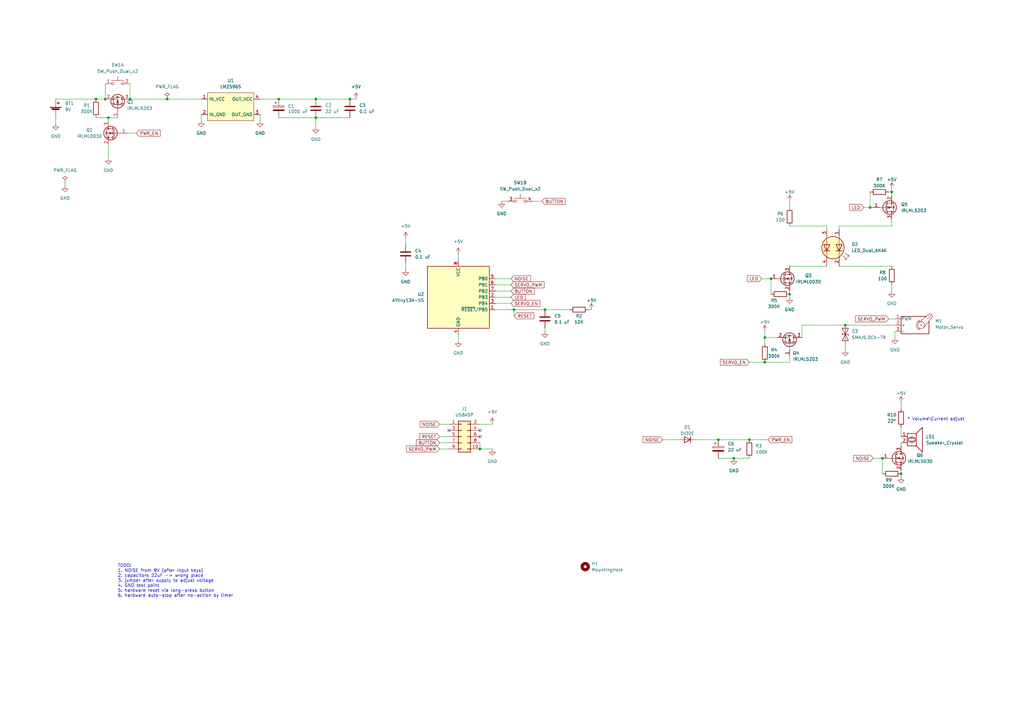
<source format=kicad_sch>
(kicad_sch (version 20230121) (generator eeschema)
  (paper "A3")
  (lib_symbols
    (symbol "Connector_Generic:Conn_02x05_Odd_Even" (pin_names (offset 1.016) hide)
      (property "Reference" "J" (at 1.27 7.62 0))
      (property "Value" "Conn_02x05_Odd_Even" (at 1.27 -7.62 0))
      (symbol "Conn_02x05_Odd_Even_1_1"
        (rectangle (start -1.27 -4.953) (end 0 -5.207) (stroke (width 0.1524)))
        (rectangle (start -1.27 -2.413) (end 0 -2.667) (stroke (width 0.1524)))
        (rectangle (start -1.27 0.127) (end 0 -0.127) (stroke (width 0.1524)))
        (rectangle (start -1.27 2.667) (end 0 2.413) (stroke (width 0.1524)))
        (rectangle (start -1.27 5.207) (end 0 4.953) (stroke (width 0.1524)))
        (rectangle (start -1.27 6.35) (end 3.81 -6.35) (stroke (width 0.254)) (fill (type background)))
        (rectangle (start 3.81 -4.953) (end 2.54 -5.207) (stroke (width 0.1524)))
        (rectangle (start 3.81 -2.413) (end 2.54 -2.667) (stroke (width 0.1524)))
        (rectangle (start 3.81 0.127) (end 2.54 -0.127) (stroke (width 0.1524)))
        (rectangle (start 3.81 2.667) (end 2.54 2.413) (stroke (width 0.1524)))
        (rectangle (start 3.81 5.207) (end 2.54 4.953) (stroke (width 0.1524)))
        (pin passive line (at -5.08 5.08 0) (length 3.81) (name "Pin_1") (number "1"))
        (pin passive line (at 7.62 -5.08 180) (length 3.81) (name "Pin_10") (number "10"))
        (pin passive line (at 7.62 5.08 180) (length 3.81) (name "Pin_2") (number "2"))
        (pin passive line (at -5.08 2.54 0) (length 3.81) (name "Pin_3") (number "3"))
        (pin passive line (at 7.62 2.54 180) (length 3.81) (name "Pin_4") (number "4"))
        (pin passive line (at -5.08 0 0) (length 3.81) (name "Pin_5") (number "5"))
        (pin passive line (at 7.62 0 180) (length 3.81) (name "Pin_6") (number "6"))
        (pin passive line (at -5.08 -2.54 0) (length 3.81) (name "Pin_7") (number "7"))
        (pin passive line (at 7.62 -2.54 180) (length 3.81) (name "Pin_8") (number "8"))
        (pin passive line (at -5.08 -5.08 0) (length 3.81) (name "Pin_9") (number "9"))
      )
    )
    (symbol "Device:Battery_Cell" (pin_numbers hide) (pin_names (offset 0) hide)
      (property "Reference" "BT" (at 2.54 2.54 0))
      (property "Value" "Battery_Cell" (at 2.54 0 0))
      (symbol "Battery_Cell_0_1"
        (rectangle (start -2.286 1.778) (end 2.286 1.524) (fill (type outline)))
        (rectangle (start -1.5748 1.1938) (end 1.4732 0.6858) (fill (type outline)))
        (polyline (pts (xy 0 0.762) (xy 0 0)))
        (polyline (pts (xy 0 1.778) (xy 0 2.54)))
        (polyline (pts (xy 0.508 3.429) (xy 1.524 3.429)) (stroke (width 0.254)))
        (polyline (pts (xy 1.016 3.937) (xy 1.016 2.921)) (stroke (width 0.254)))
      )
      (symbol "Battery_Cell_1_1"
        (pin passive line (at 0 5.08 270) (length 2.54) (name "+") (number "1"))
        (pin passive line (at 0 -2.54 90) (length 2.54) (name "-") (number "2"))
      )
    )
    (symbol "Device:C" (pin_numbers hide) (pin_names (offset 0.254))
      (property "Reference" "C" (at 0.635 2.54 0))
      (property "Value" "C" (at 0.635 -2.54 0))
      (symbol "C_0_1"
        (polyline (pts (xy -2.032 -0.762) (xy 2.032 -0.762)) (stroke (width 0.508)))
        (polyline (pts (xy -2.032 0.762) (xy 2.032 0.762)) (stroke (width 0.508)))
      )
      (symbol "C_1_1"
        (pin passive line (at 0 3.81 270) (length 2.794) (name "~") (number "1"))
        (pin passive line (at 0 -3.81 90) (length 2.794) (name "~") (number "2"))
      )
    )
    (symbol "Device:C_Polarized" (pin_numbers hide) (pin_names (offset 0.254))
      (property "Reference" "C" (at 0.635 2.54 0))
      (property "Value" "C_Polarized" (at 0.635 -2.54 0))
      (symbol "C_Polarized_0_1"
        (rectangle (start -2.286 0.508) (end 2.286 1.016))
        (polyline (pts (xy -1.778 2.286) (xy -0.762 2.286)))
        (polyline (pts (xy -1.27 2.794) (xy -1.27 1.778)))
        (rectangle (start 2.286 -0.508) (end -2.286 -1.016) (fill (type outline)))
      )
      (symbol "C_Polarized_1_1"
        (pin passive line (at 0 3.81 270) (length 2.794) (name "~") (number "1"))
        (pin passive line (at 0 -3.81 90) (length 2.794) (name "~") (number "2"))
      )
    )
    (symbol "Device:LED_Dual_AKAK" (pin_names (offset 0) hide)
      (property "Reference" "D" (at 0 5.715 0))
      (property "Value" "LED_Dual_AKAK" (at 0 -6.35 0))
      (symbol "LED_Dual_AKAK_0_1"
        (polyline (pts (xy -5.08 -2.54) (xy 2.032 -2.54)))
        (polyline (pts (xy -5.08 2.54) (xy 2.032 2.54)))
        (polyline (pts (xy 1.27 -1.27) (xy 1.27 -3.81)) (stroke (width 0.254)))
        (polyline (pts (xy 1.27 3.81) (xy 1.27 1.27)) (stroke (width 0.254)))
        (polyline (pts (xy 3.81 -2.54) (xy 1.905 -2.54)))
        (polyline (pts (xy 3.81 2.54) (xy 1.905 2.54)))
        (polyline (pts (xy -1.27 -1.27) (xy -1.27 -3.81) (xy 1.27 -2.54) (xy -1.27 -1.27)) (stroke (width 0.254)))
        (polyline (pts (xy -1.27 3.81) (xy -1.27 1.27) (xy 1.27 2.54) (xy -1.27 3.81)) (stroke (width 0.254)))
        (polyline (pts (xy 2.032 5.08) (xy 3.556 6.604) (xy 2.794 6.604) (xy 3.556 6.604) (xy 3.556 5.842)))
        (polyline (pts (xy 3.302 4.064) (xy 4.826 5.588) (xy 4.064 5.588) (xy 4.826 5.588) (xy 4.826 4.826)))
        (circle (center 0 0) (radius 4.572) (stroke (width 0.254)) (fill (type background)))
      )
      (symbol "LED_Dual_AKAK_1_1"
        (pin input line (at -7.62 2.54 0) (length 3.048) (name "A1") (number "1"))
        (pin input line (at 7.62 2.54 180) (length 3.81) (name "K1") (number "2"))
        (pin input line (at -7.62 -2.54 0) (length 3.048) (name "A2") (number "3"))
        (pin input line (at 7.62 -2.54 180) (length 3.81) (name "K2") (number "4"))
      )
    )
    (symbol "Device:R" (pin_numbers hide) (pin_names (offset 0))
      (property "Reference" "R" (at 2.032 0 90))
      (property "Value" "R" (at 0 0 90))
      (symbol "R_0_1"
        (rectangle (start -1.016 -2.54) (end 1.016 2.54) (stroke (width 0.254)))
      )
      (symbol "R_1_1"
        (pin passive line (at 0 3.81 270) (length 1.27) (name "~") (number "1"))
        (pin passive line (at 0 -3.81 90) (length 1.27) (name "~") (number "2"))
      )
    )
    (symbol "Device:Speaker_Crystal" (pin_names (offset 0) hide)
      (property "Reference" "LS" (at 0.635 5.715 0))
      (property "Value" "Speaker_Crystal" (at 0.635 3.81 0))
      (symbol "Speaker_Crystal_0_0"
        (rectangle (start -2.54 1.27) (end 1.143 -3.81) (stroke (width 0.254)))
        (rectangle (start -2.032 -0.635) (end 0.635 -1.905) (stroke (width 0.254)))
        (polyline (pts (xy -1.651 -2.286) (xy 0.381 -2.286)))
        (polyline (pts (xy -1.651 -0.254) (xy 0.381 -0.254)))
        (polyline (pts (xy -0.635 -2.286) (xy -0.635 -3.048)))
        (polyline (pts (xy -0.635 -0.254) (xy -0.635 0.508)))
        (polyline (pts (xy 1.143 1.27) (xy 3.683 3.81) (xy 3.683 -6.35) (xy 1.143 -3.81)) (stroke (width 0.254)))
      )
      (symbol "Speaker_Crystal_1_1"
        (pin input line (at -5.08 0 0) (length 2.54) (name "1") (number "1"))
        (pin input line (at -5.08 -2.54 0) (length 2.54) (name "2") (number "2"))
      )
    )
    (symbol "Diode:1N4001" (pin_numbers hide) (pin_names hide)
      (property "Reference" "D" (at 0 2.54 0))
      (property "Value" "1N4001" (at 0 -2.54 0))
      (symbol "1N4001_0_1"
        (polyline (pts (xy -1.27 1.27) (xy -1.27 -1.27)) (stroke (width 0.254)))
        (polyline (pts (xy 1.27 0) (xy -1.27 0)))
        (polyline (pts (xy 1.27 1.27) (xy 1.27 -1.27) (xy -1.27 0) (xy 1.27 1.27)) (stroke (width 0.254)))
      )
      (symbol "1N4001_1_1"
        (pin passive line (at -3.81 0 0) (length 2.54) (name "K") (number "1"))
        (pin passive line (at 3.81 0 180) (length 2.54) (name "A") (number "2"))
      )
    )
    (symbol "Diode:ESD9B3.3ST5G" (pin_numbers hide) (pin_names (offset 1.016) hide)
      (property "Reference" "D" (at 0 2.54 0))
      (property "Value" "ESD9B3.3ST5G" (at 0 -2.54 0))
      (symbol "ESD9B3.3ST5G_0_1"
        (polyline (pts (xy 1.27 0) (xy -1.27 0)))
        (polyline (pts (xy -2.54 -1.27) (xy 0 0) (xy -2.54 1.27) (xy -2.54 -1.27)) (stroke (width 0.2032)))
        (polyline (pts (xy 0.508 1.27) (xy 0 1.27) (xy 0 -1.27) (xy -0.508 -1.27)) (stroke (width 0.2032)))
        (polyline (pts (xy 2.54 1.27) (xy 2.54 -1.27) (xy 0 0) (xy 2.54 1.27)) (stroke (width 0.2032)))
      )
      (symbol "ESD9B3.3ST5G_1_1"
        (pin passive line (at -3.81 0 0) (length 2.54) (name "A1") (number "1"))
        (pin passive line (at 3.81 0 180) (length 2.54) (name "A2") (number "2"))
      )
    )
    (symbol "MCU_Microchip_ATtiny:ATtiny13A-SS"
      (property "Reference" "U" (at -12.7 13.97 0))
      (property "Value" "ATtiny13A-SS" (at 2.54 -13.97 0))
      (symbol "ATtiny13A-SS_0_1"
        (rectangle (start -12.7 -12.7) (end 12.7 12.7) (stroke (width 0.254)) (fill (type background)))
      )
      (symbol "ATtiny13A-SS_1_1"
        (pin bidirectional line (at 15.24 -5.08 180) (length 2.54) (name "~{RESET}/PB5") (number "1"))
        (pin bidirectional line (at 15.24 0 180) (length 2.54) (name "PB3") (number "2"))
        (pin bidirectional line (at 15.24 -2.54 180) (length 2.54) (name "PB4") (number "3"))
        (pin power_in line (at 0 -15.24 90) (length 2.54) (name "GND") (number "4"))
        (pin bidirectional line (at 15.24 7.62 180) (length 2.54) (name "PB0") (number "5"))
        (pin bidirectional line (at 15.24 5.08 180) (length 2.54) (name "PB1") (number "6"))
        (pin bidirectional line (at 15.24 2.54 180) (length 2.54) (name "PB2") (number "7"))
        (pin power_in line (at 0 15.24 270) (length 2.54) (name "VCC") (number "8"))
      )
    )
    (symbol "Mechanical:MountingHole" (pin_names (offset 1.016))
      (property "Reference" "H" (at 0 5.08 0))
      (property "Value" "MountingHole" (at 0 3.175 0))
      (symbol "MountingHole_0_1"
        (circle (center 0 0) (radius 1.27) (stroke (width 1.27)))
      )
    )
    (symbol "Motor:Motor_Servo" (pin_names (offset 0.0254))
      (property "Reference" "M" (at -5.08 4.445 0))
      (property "Value" "Motor_Servo" (at -5.08 -4.064 0))
      (symbol "Motor_Servo_0_1"
        (polyline (pts (xy 2.413 -1.778) (xy 2.032 -1.778)))
        (polyline (pts (xy 2.413 -1.778) (xy 2.286 -1.397)))
        (polyline (pts (xy 2.413 1.778) (xy 1.905 1.778)))
        (polyline (pts (xy 2.413 1.778) (xy 2.286 1.397)))
        (polyline (pts (xy 6.35 4.445) (xy 2.54 1.27)))
        (polyline (pts (xy 7.62 3.175) (xy 4.191 -1.016)))
        (polyline (pts (xy 5.08 3.556) (xy -5.08 3.556) (xy -5.08 -3.556) (xy 6.35 -3.556) (xy 6.35 1.524)) (stroke (width 0.254)))
        (arc (start 2.413 1.778) (mid 1.2406 0) (end 2.413 -1.778))
        (circle (center 3.175 0) (radius 0.1778))
        (circle (center 3.175 0) (radius 1.4224))
        (circle (center 5.969 2.794) (radius 0.127))
        (circle (center 6.477 3.302) (radius 0.127))
        (circle (center 6.985 3.81) (radius 0.127))
        (arc (start 7.62 3.175) (mid 7.4485 4.2735) (end 6.35 4.445))
      )
      (symbol "Motor_Servo_1_1"
        (pin passive line (at -7.62 2.54 0) (length 2.54) (name "PWM") (number "1"))
        (pin passive line (at -7.62 0 0) (length 2.54) (name "+") (number "2"))
        (pin passive line (at -7.62 -2.54 0) (length 2.54) (name "-") (number "3"))
      )
    )
    (symbol "My_Library:DCDC"
      (property "Reference" "U" (at 0 0 0))
      (property "Value" "DCDC" (at 0 0 0))
      (symbol "DCDC_0_1"
        (rectangle (start -10.16 6.35) (end 8.89 -5.08) (fill (type background)))
      )
      (symbol "DCDC_1_1"
        (pin power_in line (at -12.7 3.81 0) (length 2.54) (name "IN_VCC") (number "1"))
        (pin power_in line (at -12.7 -2.54 0) (length 2.54) (name "IN_GND") (number "2"))
        (pin power_in line (at 11.43 -2.54 180) (length 2.54) (name "OUT_GND") (number "3"))
        (pin power_out line (at 11.43 3.81 180) (length 2.54) (name "OUT_VCC") (number "4"))
      )
    )
    (symbol "Switch:SW_Push_Dual_x2" (pin_names (offset 1.016) hide)
      (property "Reference" "SW" (at 1.27 2.54 0))
      (property "Value" "SW_Push_Dual_x2" (at 0 -1.524 0))
      (symbol "SW_Push_Dual_x2_0_1"
        (circle (center -2.032 0) (radius 0.508))
        (polyline (pts (xy 0 1.27) (xy 0 3.048)))
        (polyline (pts (xy 2.54 1.27) (xy -2.54 1.27)))
        (circle (center 2.032 0) (radius 0.508))
      )
      (symbol "SW_Push_Dual_x2_1_1"
        (pin passive line (at -5.08 0 0) (length 2.54) (name "C") (number "1"))
        (pin passive line (at 5.08 0 180) (length 2.54) (name "D") (number "2"))
      )
      (symbol "SW_Push_Dual_x2_2_1"
        (pin passive line (at -5.08 0 0) (length 2.54) (name "C") (number "3"))
        (pin passive line (at 5.08 0 180) (length 2.54) (name "D") (number "4"))
      )
    )
    (symbol "Transistor_FET:IRLML0030" (pin_names hide)
      (property "Reference" "Q" (at 5.08 1.905 0))
      (property "Value" "IRLML0030" (at 5.08 0 0))
      (symbol "IRLML0030_0_1"
        (polyline (pts (xy 0.254 0) (xy -2.54 0)))
        (polyline (pts (xy 0.254 1.905) (xy 0.254 -1.905)) (stroke (width 0.254)))
        (polyline (pts (xy 0.762 -1.27) (xy 0.762 -2.286)) (stroke (width 0.254)))
        (polyline (pts (xy 0.762 0.508) (xy 0.762 -0.508)) (stroke (width 0.254)))
        (polyline (pts (xy 0.762 2.286) (xy 0.762 1.27)) (stroke (width 0.254)))
        (polyline (pts (xy 2.54 2.54) (xy 2.54 1.778)))
        (polyline (pts (xy 2.54 -2.54) (xy 2.54 0) (xy 0.762 0)))
        (polyline (pts (xy 0.762 -1.778) (xy 3.302 -1.778) (xy 3.302 1.778) (xy 0.762 1.778)))
        (polyline (pts (xy 1.016 0) (xy 2.032 0.381) (xy 2.032 -0.381) (xy 1.016 0)) (fill (type outline)))
        (polyline (pts (xy 2.794 0.508) (xy 2.921 0.381) (xy 3.683 0.381) (xy 3.81 0.254)))
        (polyline (pts (xy 3.302 0.381) (xy 2.921 -0.254) (xy 3.683 -0.254) (xy 3.302 0.381)))
        (circle (center 1.651 0) (radius 2.794) (stroke (width 0.254)))
        (circle (center 2.54 -1.778) (radius 0.254) (fill (type outline)))
        (circle (center 2.54 1.778) (radius 0.254) (fill (type outline)))
      )
      (symbol "IRLML0030_1_1"
        (pin input line (at -5.08 0 0) (length 2.54) (name "G") (number "1"))
        (pin passive line (at 2.54 -5.08 90) (length 2.54) (name "S") (number "2"))
        (pin passive line (at 2.54 5.08 270) (length 2.54) (name "D") (number "3"))
      )
    )
    (symbol "Transistor_FET:IRLML5203" (pin_names hide)
      (property "Reference" "Q" (at 5.08 1.905 0))
      (property "Value" "IRLML5203" (at 5.08 0 0))
      (symbol "IRLML5203_0_1"
        (polyline (pts (xy 0.254 0) (xy -2.54 0)))
        (polyline (pts (xy 0.254 1.905) (xy 0.254 -1.905)) (stroke (width 0.254)))
        (polyline (pts (xy 0.762 -1.27) (xy 0.762 -2.286)) (stroke (width 0.254)))
        (polyline (pts (xy 0.762 0.508) (xy 0.762 -0.508)) (stroke (width 0.254)))
        (polyline (pts (xy 0.762 2.286) (xy 0.762 1.27)) (stroke (width 0.254)))
        (polyline (pts (xy 2.54 2.54) (xy 2.54 1.778)))
        (polyline (pts (xy 2.54 -2.54) (xy 2.54 0) (xy 0.762 0)))
        (polyline (pts (xy 0.762 1.778) (xy 3.302 1.778) (xy 3.302 -1.778) (xy 0.762 -1.778)))
        (polyline (pts (xy 2.286 0) (xy 1.27 0.381) (xy 1.27 -0.381) (xy 2.286 0)) (fill (type outline)))
        (polyline (pts (xy 2.794 -0.508) (xy 2.921 -0.381) (xy 3.683 -0.381) (xy 3.81 -0.254)))
        (polyline (pts (xy 3.302 -0.381) (xy 2.921 0.254) (xy 3.683 0.254) (xy 3.302 -0.381)))
        (circle (center 1.651 0) (radius 2.794) (stroke (width 0.254)))
        (circle (center 2.54 -1.778) (radius 0.254) (fill (type outline)))
        (circle (center 2.54 1.778) (radius 0.254) (fill (type outline)))
      )
      (symbol "IRLML5203_1_1"
        (pin input line (at -5.08 0 0) (length 2.54) (name "G") (number "1"))
        (pin passive line (at 2.54 -5.08 90) (length 2.54) (name "S") (number "2"))
        (pin passive line (at 2.54 5.08 270) (length 2.54) (name "D") (number "3"))
      )
    )
    (symbol "power:+5V" (power) (pin_names (offset 0))
      (property "Value" "+5V" (at 0 3.556 0))
      (symbol "+5V_0_1"
        (polyline (pts (xy -0.762 1.27) (xy 0 2.54)))
        (polyline (pts (xy 0 0) (xy 0 2.54)))
        (polyline (pts (xy 0 2.54) (xy 0.762 1.27)))
      )
      (symbol "+5V_1_1"
        (pin power_in line (at 0 0 90) (length 0) hide (name "+5V") (number "1"))
      )
    )
    (symbol "power:GND" (power) (pin_names (offset 0))
      (property "Value" "GND" (at 0 -3.81 0))
      (symbol "GND_0_1"
        (polyline (pts (xy 0 0) (xy 0 -1.27) (xy 1.27 -1.27) (xy 0 -2.54) (xy -1.27 -1.27) (xy 0 -1.27)))
      )
      (symbol "GND_1_1"
        (pin power_in line (at 0 0 270) (length 0) hide (name "GND") (number "1"))
      )
    )
    (symbol "power:PWR_FLAG" (power) (pin_numbers hide) (pin_names (offset 0) hide)
      (property "Value" "PWR_FLAG" (at 0 3.81 0))
      (symbol "PWR_FLAG_0_0"
        (pin power_out line (at 0 0 90) (length 0) (name "pwr") (number "1"))
      )
      (symbol "PWR_FLAG_0_1"
        (polyline (pts (xy 0 0) (xy 0 1.27) (xy -1.016 1.905) (xy 0 2.54) (xy 1.016 1.905) (xy 0 1.27)))
      )
    )
  )
  (junction (at 369.57 194.31))
  (junction (at 346.71 133.35))
  (junction (at 356.87 85.09))
  (junction (at 44.45 48.26))
  (junction (at 313.69 138.43))
  (junction (at 53.34 40.64))
  (junction (at 114.3 40.64))
  (junction (at 223.52 127))
  (junction (at 143.51 40.64))
  (junction (at 316.23 114.3))
  (junction (at 361.95 187.96))
  (junction (at 68.58 40.64))
  (junction (at 300.99 187.96))
  (junction (at 39.37 40.64))
  (junction (at 196.85 184.15))
  (junction (at 210.82 127))
  (junction (at 43.18 40.64))
  (junction (at 129.54 40.64))
  (junction (at 323.85 120.65))
  (junction (at 129.54 48.26))
  (junction (at 313.69 148.59))
  (junction (at 294.64 180.34))
  (junction (at 307.34 180.34))
  (junction (at 365.76 78.74))
  (no_connect (at 184.15 176.53))
  (no_connect (at 196.85 176.53))
  (no_connect (at 196.85 179.07))
  (wire (pts (xy 129.54 48.26) (xy 129.54 52.07)))
  (wire (pts (xy 203.2 116.84) (xy 209.55 116.84)))
  (wire (pts (xy 344.17 92.71) (xy 344.17 93.98)))
  (wire (pts (xy 294.64 187.96) (xy 300.99 187.96)))
  (wire (pts (xy 39.37 48.26) (xy 44.45 48.26)))
  (wire (pts (xy 180.34 184.15) (xy 184.15 184.15)))
  (wire (pts (xy 180.34 173.99) (xy 184.15 173.99)))
  (wire (pts (xy 367.03 135.89) (xy 367.03 138.43)))
  (wire (pts (xy 187.96 104.14) (xy 187.96 106.68)))
  (wire (pts (xy 364.49 78.74) (xy 365.76 78.74)))
  (wire (pts (xy 143.51 40.64) (xy 146.05 40.64)))
  (wire (pts (xy 344.17 109.22) (xy 365.76 109.22)))
  (wire (pts (xy 53.34 40.64) (xy 68.58 40.64)))
  (wire (pts (xy 354.33 85.09) (xy 356.87 85.09)))
  (wire (pts (xy 356.87 78.74) (xy 356.87 85.09)))
  (wire (pts (xy 44.45 48.26) (xy 48.26 48.26)))
  (wire (pts (xy 369.57 194.31) (xy 369.57 195.58)))
  (wire (pts (xy 323.85 148.59) (xy 323.85 146.05)))
  (wire (pts (xy 369.57 193.04) (xy 369.57 194.31)))
  (wire (pts (xy 241.3 127) (xy 242.57 127)))
  (wire (pts (xy 44.45 49.53) (xy 44.45 48.26)))
  (wire (pts (xy 26.67 74.93) (xy 26.67 76.2)))
  (wire (pts (xy 166.37 97.79) (xy 166.37 100.33)))
  (wire (pts (xy 106.68 46.99) (xy 106.68 49.53)))
  (wire (pts (xy 365.76 92.71) (xy 365.76 90.17)))
  (wire (pts (xy 294.64 180.34) (xy 307.34 180.34)))
  (wire (pts (xy 361.95 187.96) (xy 361.95 194.31)))
  (wire (pts (xy 346.71 133.35) (xy 367.03 133.35)))
  (wire (pts (xy 129.54 40.64) (xy 143.51 40.64)))
  (wire (pts (xy 129.54 48.26) (xy 143.51 48.26)))
  (wire (pts (xy 285.75 180.34) (xy 294.64 180.34)))
  (wire (pts (xy 180.34 179.07) (xy 184.15 179.07)))
  (wire (pts (xy 323.85 120.65) (xy 323.85 121.92)))
  (wire (pts (xy 339.09 92.71) (xy 339.09 93.98)))
  (wire (pts (xy 210.82 127) (xy 223.52 127)))
  (wire (pts (xy 210.82 127) (xy 210.82 129.54)))
  (wire (pts (xy 323.85 109.22) (xy 339.09 109.22)))
  (wire (pts (xy 22.86 48.26) (xy 22.86 50.8)))
  (wire (pts (xy 323.85 119.38) (xy 323.85 120.65)))
  (wire (pts (xy 307.34 180.34) (xy 314.96 180.34)))
  (wire (pts (xy 22.86 40.64) (xy 39.37 40.64)))
  (wire (pts (xy 180.34 181.61) (xy 184.15 181.61)))
  (wire (pts (xy 44.45 59.69) (xy 44.45 64.77)))
  (wire (pts (xy 52.07 54.61) (xy 55.88 54.61)))
  (wire (pts (xy 346.71 140.97) (xy 346.71 143.51)))
  (wire (pts (xy 196.85 181.61) (xy 196.85 184.15)))
  (wire (pts (xy 187.96 137.16) (xy 187.96 139.7)))
  (wire (pts (xy 313.69 148.59) (xy 323.85 148.59)))
  (wire (pts (xy 300.99 187.96) (xy 307.34 187.96)))
  (wire (pts (xy 312.42 114.3) (xy 316.23 114.3)))
  (wire (pts (xy 196.85 184.15) (xy 201.93 184.15)))
  (wire (pts (xy 196.85 173.99) (xy 201.93 173.99)))
  (wire (pts (xy 166.37 107.95) (xy 166.37 110.49)))
  (wire (pts (xy 369.57 181.61) (xy 369.57 182.88)))
  (wire (pts (xy 43.18 34.29) (xy 43.18 40.64)))
  (wire (pts (xy 114.3 40.64) (xy 129.54 40.64)))
  (wire (pts (xy 205.74 82.55) (xy 208.28 82.55)))
  (wire (pts (xy 106.68 40.64) (xy 114.3 40.64)))
  (wire (pts (xy 328.93 138.43) (xy 328.93 133.35)))
  (wire (pts (xy 313.69 138.43) (xy 313.69 140.97)))
  (wire (pts (xy 316.23 114.3) (xy 316.23 120.65)))
  (wire (pts (xy 271.78 180.34) (xy 278.13 180.34)))
  (wire (pts (xy 323.85 92.71) (xy 339.09 92.71)))
  (wire (pts (xy 365.76 116.84) (xy 365.76 119.38)))
  (wire (pts (xy 223.52 134.62) (xy 223.52 135.89)))
  (wire (pts (xy 203.2 121.92) (xy 209.55 121.92)))
  (wire (pts (xy 344.17 92.71) (xy 365.76 92.71)))
  (wire (pts (xy 313.69 138.43) (xy 318.77 138.43)))
  (wire (pts (xy 68.58 40.64) (xy 82.55 40.64)))
  (wire (pts (xy 369.57 165.1) (xy 369.57 167.64)))
  (wire (pts (xy 358.14 187.96) (xy 361.95 187.96)))
  (wire (pts (xy 369.57 175.26) (xy 369.57 179.07)))
  (wire (pts (xy 323.85 82.55) (xy 323.85 85.09)))
  (wire (pts (xy 364.49 130.81) (xy 367.03 130.81)))
  (wire (pts (xy 223.52 127) (xy 233.68 127)))
  (wire (pts (xy 82.55 46.99) (xy 82.55 49.53)))
  (wire (pts (xy 203.2 127) (xy 210.82 127)))
  (wire (pts (xy 365.76 77.47) (xy 365.76 78.74)))
  (wire (pts (xy 203.2 124.46) (xy 209.55 124.46)))
  (wire (pts (xy 328.93 133.35) (xy 346.71 133.35)))
  (wire (pts (xy 218.44 82.55) (xy 222.25 82.55)))
  (wire (pts (xy 39.37 40.64) (xy 43.18 40.64)))
  (wire (pts (xy 313.69 135.89) (xy 313.69 138.43)))
  (wire (pts (xy 307.34 148.59) (xy 313.69 148.59)))
  (wire (pts (xy 203.2 119.38) (xy 209.55 119.38)))
  (wire (pts (xy 114.3 48.26) (xy 129.54 48.26)))
  (wire (pts (xy 356.87 85.09) (xy 358.14 85.09)))
  (wire (pts (xy 203.2 114.3) (xy 209.55 114.3)))
  (wire (pts (xy 53.34 34.29) (xy 53.34 40.64)))
  (wire (pts (xy 365.76 78.74) (xy 365.76 80.01)))
  (text "* Volume\\Current adjust" (at 372.11 172.72 0) (effects (font (size 1.27 1.27)) (justify left bottom)))
  (text "TODO:\n1. NOISE from 9V (after input keys)\n2. capacitors 22uF -> wrong place\n3. jumper after supply to adjust voltage \n4. GND test point\n5. hardware reset via long-press button\n6. hardware auto-stop after no-action by timer" (at 48.26 245.11 0) (effects (font (size 1.27 1.27)) (justify left bottom)))
  (global_label "SERVO_PWM" (shape input) (at 209.55 116.84 0) (property "Intersheetrefs" "${INTERSHEET_REFS}" (effects hide)))
  (global_label "LED" (shape input) (at 354.33 85.09 180) (property "Intersheetrefs" "${INTERSHEET_REFS}" (effects hide)))
  (global_label "NOISE" (shape input) (at 358.14 187.96 180) (property "Intersheetrefs" "${INTERSHEET_REFS}" (effects hide)))
  (global_label "NOISE" (shape input) (at 180.34 173.99 180) (property "Intersheetrefs" "${INTERSHEET_REFS}" (effects hide)))
  (global_label "LED" (shape input) (at 312.42 114.3 180) (property "Intersheetrefs" "${INTERSHEET_REFS}" (effects hide)))
  (global_label "PWR_EN" (shape input) (at 55.88 54.61 0) (property "Intersheetrefs" "${INTERSHEET_REFS}" (effects hide)))
  (global_label "BUTTON" (shape input) (at 180.34 181.61 180) (property "Intersheetrefs" "${INTERSHEET_REFS}" (effects hide)))
  (global_label "LED" (shape input) (at 209.55 121.92 0) (property "Intersheetrefs" "${INTERSHEET_REFS}" (effects hide)))
  (global_label "BUTTON" (shape input) (at 222.25 82.55 0) (property "Intersheetrefs" "${INTERSHEET_REFS}" (effects hide)))
  (global_label "SERVO_EN" (shape input) (at 209.55 124.46 0) (property "Intersheetrefs" "${INTERSHEET_REFS}" (effects hide)))
  (global_label "SERVO_EN" (shape input) (at 307.34 148.59 180) (property "Intersheetrefs" "${INTERSHEET_REFS}" (effects hide)))
  (global_label "SERVO_PWM" (shape input) (at 364.49 130.81 180) (property "Intersheetrefs" "${INTERSHEET_REFS}" (effects hide)))
  (global_label "NOISE" (shape input) (at 209.55 114.3 0) (property "Intersheetrefs" "${INTERSHEET_REFS}" (effects hide)))
  (global_label "SERVO_PWM" (shape input) (at 180.34 184.15 180) (property "Intersheetrefs" "${INTERSHEET_REFS}" (effects hide)))
  (global_label "BUTTON" (shape input) (at 209.55 119.38 0) (property "Intersheetrefs" "${INTERSHEET_REFS}" (effects hide)))
  (global_label "PWR_EN" (shape input) (at 314.96 180.34 0) (property "Intersheetrefs" "${INTERSHEET_REFS}" (effects hide)))
  (global_label "NOISE" (shape input) (at 271.78 180.34 180) (property "Intersheetrefs" "${INTERSHEET_REFS}" (effects hide)))
  (global_label "RESET" (shape input) (at 180.34 179.07 180) (property "Intersheetrefs" "${INTERSHEET_REFS}" (effects hide)))
  (global_label "RESET" (shape input) (at 210.82 129.54 0) (property "Intersheetrefs" "${INTERSHEET_REFS}" (effects hide)))
  (symbol (lib_id "power:GND") (at 323.85 121.92 0) (unit 1)
    (property "Reference" "#PWR020" (effects hide))
    (property "Value" "GND" (at 323.85 127 0))
  )
  (symbol (lib_id "Device:R") (at 307.34 184.15 180) (unit 1)
    (property "Reference" "R3" (at 311.15 182.88 0))
    (property "Value" "100K" (at 312.42 185.42 0))
    (property "Footprint" "Resistor_SMD:R_0805_2012Metric" (effects hide))
  )
  (symbol (lib_id "power:GND") (at 166.37 110.49 0) (unit 1)
    (property "Reference" "#PWR09" (effects hide))
    (property "Value" "GND" (at 166.37 115.57 0))
  )
  (symbol (lib_id "power:PWR_FLAG") (at 68.58 40.64 0) (unit 1)
    (property "Reference" "#FLG02" (effects hide))
    (property "Value" "PWR_FLAG" (at 68.58 35.56 0))
  )
  (symbol (lib_id "power:GND") (at 44.45 64.77 0) (unit 1)
    (property "Reference" "#PWR03" (effects hide))
    (property "Value" "GND" (at 44.45 69.85 0))
  )
  (symbol (lib_id "Motor:Motor_Servo") (at 374.65 133.35 0) (unit 1)
    (property "Reference" "M1" (at 383.54 131.6465 0) (effects (justify left)))
    (property "Value" "Motor_Servo" (at 383.54 134.1865 0) (effects (justify left)))
    (property "Footprint" "Connector_JST:JST_XH_B3B-XH-A_1x03_P2.50mm_Vertical" (effects hide))
    (property "Datasheet" "http://forums.parallax.com/uploads/attachments/46831/74481.png" (effects hide))
  )
  (symbol (lib_id "power:GND") (at 26.67 76.2 0) (unit 1)
    (property "Reference" "#PWR02" (effects hide))
    (property "Value" "GND" (at 26.67 81.28 0))
  )
  (symbol (lib_id "Device:R") (at 313.69 144.78 180) (unit 1)
    (property "Reference" "R4" (at 317.5 143.51 0))
    (property "Value" "300K" (at 317.5 146.05 0))
    (property "Footprint" "Resistor_SMD:R_0805_2012Metric" (effects hide))
  )
  (symbol (lib_id "power:GND") (at 106.68 49.53 0) (unit 1)
    (property "Reference" "#PWR05" (effects hide))
    (property "Value" "GND" (at 106.68 54.61 0))
  )
  (symbol (lib_id "power:+5V") (at 365.76 77.47 0) (unit 1)
    (property "Reference" "#PWR022" (effects hide))
    (property "Value" "+5V" (at 365.76 73.66 0))
  )
  (symbol (lib_id "power:GND") (at 129.54 52.07 0) (unit 1)
    (property "Reference" "#PWR06" (effects hide))
    (property "Value" "GND" (at 129.54 57.15 0))
  )
  (symbol (lib_id "power:GND") (at 365.76 119.38 0) (unit 1)
    (property "Reference" "#PWR023" (effects hide))
    (property "Value" "GND" (at 365.76 124.46 0))
  )
  (symbol (lib_id "Device:R") (at 323.85 88.9 0) (unit 1)
    (property "Reference" "R6" (at 320.04 87.63 0))
    (property "Value" "100" (at 320.04 90.17 0))
    (property "Footprint" "Resistor_SMD:R_0805_2012Metric" (effects hide))
  )
  (symbol (lib_id "Device:R") (at 365.76 113.03 0) (unit 1)
    (property "Reference" "R8" (at 361.95 111.76 0))
    (property "Value" "100" (at 361.95 114.3 0))
    (property "Footprint" "Resistor_SMD:R_0805_2012Metric" (effects hide))
  )
  (symbol (lib_id "Transistor_FET:IRLML0030") (at 367.03 187.96 0) (unit 1)
    (property "Reference" "Q6" (at 375.92 186.69 0) (effects (justify left)))
    (property "Value" "IRLML0030" (at 372.11 189.23 0) (effects (justify left)))
    (property "Footprint" "Package_TO_SOT_SMD:SOT-23" (effects hide))
    (property "Datasheet" "https://www.infineon.com/dgdl/irlml0030pbf.pdf?fileId=5546d462533600a401535664773825df" (effects hide))
  )
  (symbol (lib_id "power:+5V") (at 146.05 40.64 0) (unit 1)
    (property "Reference" "#PWR07" (effects hide))
    (property "Value" "+5V" (at 146.05 35.56 0))
  )
  (symbol (lib_id "Transistor_FET:IRLML5203") (at 363.22 85.09 0) (mirror x) (unit 1)
    (property "Reference" "Q5" (at 369.57 83.82 0) (effects (justify left)))
    (property "Value" "IRLML5203" (at 369.57 86.36 0) (effects (justify left)))
    (property "Footprint" "Package_TO_SOT_SMD:SOT-23" (effects hide))
    (property "Datasheet" "https://www.infineon.com/dgdl/irlml5203pbf.pdf?fileId=5546d462533600a40153566868da261d" (effects hide))
  )
  (symbol (lib_id "power:+5V") (at 313.69 135.89 0) (unit 1)
    (property "Reference" "#PWR018" (effects hide))
    (property "Value" "+5V" (at 313.69 132.08 0))
  )
  (symbol (lib_id "power:PWR_FLAG") (at 26.67 74.93 0) (unit 1)
    (property "Reference" "#FLG01" (effects hide))
    (property "Value" "PWR_FLAG" (at 26.67 69.85 0))
  )
  (symbol (lib_id "Switch:SW_Push_Dual_x2") (at 213.36 82.55 0) (unit 2)
    (property "Reference" "SW1" (at 213.36 74.93 0))
    (property "Value" "SW_Push_Dual_x2" (at 213.36 77.47 0))
  )
  (symbol (lib_id "power:GND") (at 187.96 139.7 0) (unit 1)
    (property "Reference" "#PWR011" (effects hide))
    (property "Value" "GND" (at 187.96 144.78 0))
  )
  (symbol (lib_id "power:GND") (at 300.99 187.96 0) (unit 1)
    (property "Reference" "#PWR017" (effects hide))
    (property "Value" "GND" (at 300.99 193.04 0))
  )
  (symbol (lib_id "power:GND") (at 82.55 49.53 0) (unit 1)
    (property "Reference" "#PWR04" (effects hide))
    (property "Value" "GND" (at 82.55 54.61 0))
  )
  (symbol (lib_id "Device:C") (at 129.54 44.45 0) (unit 1)
    (property "Reference" "C2" (at 133.35 43.1799 0) (effects (justify left)))
    (property "Value" "22 uF" (at 133.35 45.7199 0) (effects (justify left)))
    (property "Footprint" "Capacitor_SMD:C_0603_1608Metric" (effects hide))
  )
  (symbol (lib_id "Device:R") (at 320.04 120.65 90) (unit 1)
    (property "Reference" "R5" (at 317.5 123.19 90))
    (property "Value" "300K" (at 317.5 125.73 90))
    (property "Footprint" "Resistor_SMD:R_0805_2012Metric" (effects hide))
  )
  (symbol (lib_id "Device:C") (at 223.52 130.81 0) (unit 1)
    (property "Reference" "C5" (at 227.33 129.5399 0) (effects (justify left)))
    (property "Value" "0.1 uF" (at 227.33 132.0799 0) (effects (justify left)))
    (property "Footprint" "Capacitor_SMD:C_0603_1608Metric" (effects hide))
  )
  (symbol (lib_id "Connector_Generic:Conn_02x05_Odd_Even") (at 189.23 179.07 0) (unit 1)
    (property "Reference" "J1" (at 190.5 167.64 0))
    (property "Value" "USBASP" (at 190.5 170.18 0))
    (property "Footprint" "Connector_PinHeader_2.54mm:PinHeader_2x05_P2.54mm_Vertical" (effects hide))
    (property "Sim.Device" "SPICE" (effects hide))
    (property "Sim.Params" "type=\"J\" model=\"USBASP\" lib=\"\"" (effects hide))
    (property "Sim.Pins" "1=1 2=2 3=3 4=4 5=5 6=6 7=7 8=8 9=9 10=10" (effects hide))
  )
  (symbol (lib_id "Device:C") (at 166.37 104.14 0) (unit 1)
    (property "Reference" "C4" (at 170.18 102.8699 0) (effects (justify left)))
    (property "Value" "0.1 uF" (at 170.18 105.4099 0) (effects (justify left)))
    (property "Footprint" "Capacitor_SMD:C_0603_1608Metric" (effects hide))
  )
  (symbol (lib_id "Switch:SW_Push_Dual_x2") (at 48.26 34.29 0) (unit 1)
    (property "Reference" "SW1" (at 48.26 26.67 0))
    (property "Value" "SW_Push_Dual_x2" (at 48.26 29.21 0))
    (property "Footprint" "Connector_JST:JST_XH_B4B-XH-A_1x04_P2.50mm_Vertical" (effects hide))
  )
  (symbol (lib_id "Device:Battery_Cell") (at 22.86 45.72 0) (unit 1)
    (property "Reference" "BT1" (at 26.67 42.4179 0) (effects (justify left)))
    (property "Value" "9V" (at 26.67 44.9579 0) (effects (justify left)))
    (property "Footprint" "Connector_Wire:SolderWire-0.5sqmm_1x02_P4.8mm_D0.9mm_OD2.3mm" (effects hide))
  )
  (symbol (lib_id "power:+5V") (at 201.93 173.99 0) (unit 1)
    (property "Reference" "#PWR012" (effects hide))
    (property "Value" "+5V" (at 201.93 168.91 0))
  )
  (symbol (lib_id "Device:C_Polarized") (at 114.3 44.45 0) (unit 1)
    (property "Reference" "C1" (at 118.11 43.5609 0) (effects (justify left)))
    (property "Value" "1000 uF" (at 118.11 45.72 0) (effects (justify left)))
    (property "Footprint" "Capacitor_THT:CP_Radial_D8.0mm_P5.00mm" (effects hide))
  )
  (symbol (lib_id "Transistor_FET:IRLML0030") (at 321.31 114.3 0) (unit 1)
    (property "Reference" "Q3" (at 330.2 113.03 0) (effects (justify left)))
    (property "Value" "IRLML0030" (at 326.39 115.57 0) (effects (justify left)))
    (property "Footprint" "Package_TO_SOT_SMD:SOT-23" (effects hide))
    (property "Datasheet" "https://www.infineon.com/dgdl/irlml0030pbf.pdf?fileId=5546d462533600a401535664773825df" (effects hide))
  )
  (symbol (lib_id "power:GND") (at 223.52 135.89 0) (unit 1)
    (property "Reference" "#PWR015" (effects hide))
    (property "Value" "GND" (at 223.52 140.97 0))
  )
  (symbol (lib_id "Device:C_Polarized") (at 294.64 184.15 0) (unit 1)
    (property "Reference" "C6" (at 298.45 181.9909 0) (effects (justify left)))
    (property "Value" "22 uF" (at 298.45 184.5309 0) (effects (justify left)))
    (property "Footprint" "Capacitor_THT:CP_Radial_D8.0mm_P3.50mm" (effects hide))
  )
  (symbol (lib_id "power:+5V") (at 369.57 165.1 0) (unit 1)
    (property "Reference" "#PWR025" (effects hide))
    (property "Value" "+5V" (at 369.57 161.29 0))
  )
  (symbol (lib_id "Transistor_FET:IRLML5203") (at 48.26 43.18 270) (mirror x) (unit 1)
    (property "Reference" "Q2" (at 52.07 41.91 90) (effects (justify left)))
    (property "Value" "IRLML5203" (at 52.07 44.45 90) (effects (justify left)))
    (property "Footprint" "Package_TO_SOT_SMD:SOT-23" (effects hide))
    (property "Datasheet" "https://www.infineon.com/dgdl/irlml5203pbf.pdf?fileId=5546d462533600a40153566868da261d" (effects hide))
  )
  (symbol (lib_id "Transistor_FET:IRLML5203") (at 323.85 140.97 270) (mirror x) (unit 1)
    (property "Reference" "Q4" (at 325.12 144.78 90) (effects (justify left)))
    (property "Value" "IRLML5203" (at 325.12 147.32 90) (effects (justify left)))
    (property "Footprint" "Package_TO_SOT_SMD:SOT-23" (effects hide))
    (property "Datasheet" "https://www.infineon.com/dgdl/irlml5203pbf.pdf?fileId=5546d462533600a40153566868da261d" (effects hide))
  )
  (symbol (lib_id "Device:LED_Dual_AKAK") (at 341.63 101.6 270) (unit 1)
    (property "Reference" "D2" (at 349.25 100.2029 90) (effects (justify left)))
    (property "Value" "LED_Dual_AKAK" (at 349.25 102.7429 90) (effects (justify left)))
    (property "Footprint" "Connector_JST:JST_XH_B4B-XH-A_1x04_P2.50mm_Vertical" (effects hide))
  )
  (symbol (lib_id "power:GND") (at 201.93 184.15 0) (unit 1)
    (property "Reference" "#PWR013" (effects hide))
    (property "Value" "GND" (at 201.93 189.23 0))
  )
  (symbol (lib_id "Device:Speaker_Crystal") (at 374.65 179.07 0) (unit 1)
    (property "Reference" "LS1" (at 379.73 179.0699 0) (effects (justify left)))
    (property "Value" "Speaker_Crystal" (at 379.73 181.6099 0) (effects (justify left)))
    (property "Footprint" "Connector_Wire:SolderWire-0.5sqmm_1x02_P4.6mm_D0.9mm_OD2.1mm" (effects hide))
  )
  (symbol (lib_id "Device:R") (at 39.37 44.45 180) (unit 1)
    (property "Reference" "R1" (at 35.56 43.18 0))
    (property "Value" "300K" (at 35.56 45.72 0))
    (property "Footprint" "Resistor_SMD:R_0805_2012Metric" (effects hide))
  )
  (symbol (lib_id "power:GND") (at 205.74 82.55 0) (unit 1)
    (property "Reference" "#PWR014" (effects hide))
    (property "Value" "GND" (at 205.74 87.63 0))
  )
  (symbol (lib_id "power:+5V") (at 242.57 127 0) (unit 1)
    (property "Reference" "#PWR016" (effects hide))
    (property "Value" "+5V" (at 242.57 123.19 0))
  )
  (symbol (lib_id "power:+5V") (at 323.85 82.55 0) (unit 1)
    (property "Reference" "#PWR019" (effects hide))
    (property "Value" "+5V" (at 323.85 78.74 0))
  )
  (symbol (lib_id "power:+5V") (at 166.37 97.79 0) (unit 1)
    (property "Reference" "#PWR08" (effects hide))
    (property "Value" "+5V" (at 166.37 92.71 0))
  )
  (symbol (lib_id "Diode:ESD9B3.3ST5G") (at 346.71 137.16 90) (unit 1)
    (property "Reference" "D3" (at 349.25 135.89 90) (effects (justify right)))
    (property "Value" "SMAJ5.0CA-TR" (at 349.25 138.43 90) (effects (justify right)))
    (property "Footprint" "Diode_SMD:D_SMA" (effects hide))
    (property "Datasheet" "https://www.onsemi.com/pub/Collateral/ESD9B-D.PDF" (effects hide))
  )
  (symbol (lib_id "power:+5V") (at 187.96 104.14 0) (unit 1)
    (property "Reference" "#PWR010" (effects hide))
    (property "Value" "+5V" (at 187.96 99.06 0))
  )
  (symbol (lib_id "My_Library:DCDC") (at 95.25 44.45 0) (unit 1)
    (property "Reference" "U1" (at 94.615 33.02 0))
    (property "Value" "LM2596S" (at 94.615 35.56 0))
    (property "Footprint" "Library:DCDC_LM2596" (effects hide))
  )
  (symbol (lib_id "Diode:1N4001") (at 281.94 180.34 180) (unit 1)
    (property "Reference" "D1" (at 281.94 175.26 0))
    (property "Value" "DIODE" (at 281.94 177.8 0))
    (property "Footprint" "Diode_THT:D_5W_P5.08mm_Vertical_AnodeUp" (effects hide))
    (property "Datasheet" "http://www.vishay.com/docs/88503/1n4001.pdf" (effects hide))
    (property "Sim.Device" "D" (effects hide))
    (property "Sim.Pins" "1=K 2=A" (effects hide))
  )
  (symbol (lib_id "power:GND") (at 346.71 143.51 0) (unit 1)
    (property "Reference" "#PWR021" (effects hide))
    (property "Value" "GND" (at 346.71 148.59 0))
  )
  (symbol (lib_id "Device:R") (at 237.49 127 90) (unit 1)
    (property "Reference" "R2" (at 237.49 129.54 90))
    (property "Value" "10K" (at 237.49 132.08 90))
    (property "Footprint" "Resistor_SMD:R_0805_2012Metric" (effects hide))
  )
  (symbol (lib_id "power:GND") (at 22.86 50.8 0) (unit 1)
    (property "Reference" "#PWR01" (effects hide))
    (property "Value" "GND" (at 22.86 55.88 0))
  )
  (symbol (lib_id "power:GND") (at 369.57 195.58 0) (unit 1)
    (property "Reference" "#PWR026" (effects hide))
    (property "Value" "GND" (at 369.57 200.66 0))
  )
  (symbol (lib_id "power:GND") (at 367.03 138.43 0) (unit 1)
    (property "Reference" "#PWR024" (effects hide))
    (property "Value" "GND" (at 367.03 143.51 0))
  )
  (symbol (lib_id "Transistor_FET:IRLML0030") (at 46.99 54.61 0) (mirror y) (unit 1)
    (property "Reference" "Q1" (at 38.1 53.34 0) (effects (justify left)))
    (property "Value" "IRLML0030" (at 41.91 55.88 0) (effects (justify left)))
    (property "Footprint" "Package_TO_SOT_SMD:SOT-23" (effects hide))
    (property "Datasheet" "https://www.infineon.com/dgdl/irlml0030pbf.pdf?fileId=5546d462533600a401535664773825df" (effects hide))
  )
  (symbol (lib_id "MCU_Microchip_ATtiny:ATtiny13A-SS") (at 187.96 121.92 0) (unit 1)
    (property "Reference" "U2" (at 173.99 120.6499 0) (effects (justify right)))
    (property "Value" "ATtiny13A-SS" (at 173.99 123.1899 0) (effects (justify right)))
    (property "Footprint" "Package_SO:SOIC-8_3.9x4.9mm_P1.27mm" (effects hide))
    (property "Datasheet" "http://ww1.microchip.com/downloads/en/DeviceDoc/doc8126.pdf" (effects hide))
  )
  (symbol (lib_id "Device:R") (at 365.76 194.31 90) (unit 1)
    (property "Reference" "R9" (at 364.49 196.85 90))
    (property "Value" "300K" (at 364.49 199.39 90))
    (property "Footprint" "Resistor_SMD:R_0805_2012Metric" (effects hide))
  )
  (symbol (lib_id "Device:C") (at 143.51 44.45 0) (unit 1)
    (property "Reference" "C3" (at 147.32 43.1799 0) (effects (justify left)))
    (property "Value" "0.1 uF" (at 147.32 45.7199 0) (effects (justify left)))
    (property "Footprint" "Capacitor_SMD:C_0603_1608Metric" (effects hide))
  )
  (symbol (lib_id "Mechanical:MountingHole") (at 240.03 232.41 0) (unit 1)
    (property "Reference" "H1" (at 242.57 231.1399 0) (effects (justify left)))
    (property "Value" "MountingHole" (at 242.57 233.6799 0) (effects (justify left)))
    (property "Footprint" "MountingHole:MountingHole_3.2mm_M3" (effects hide))
  )
  (symbol (lib_id "Device:R") (at 369.57 171.45 0) (unit 1)
    (property "Reference" "R10" (at 365.76 170.18 0))
    (property "Value" "22*" (at 365.76 172.72 0))
    (property "Footprint" "Resistor_SMD:R_0805_2012Metric" (effects hide))
  )
  (symbol (lib_id "Device:R") (at 360.68 78.74 90) (unit 1)
    (property "Reference" "R7" (at 360.68 73.66 90))
    (property "Value" "300K" (at 360.68 76.2 90))
    (property "Footprint" "Resistor_SMD:R_0805_2012Metric" (effects hide))
  )
)
</source>
